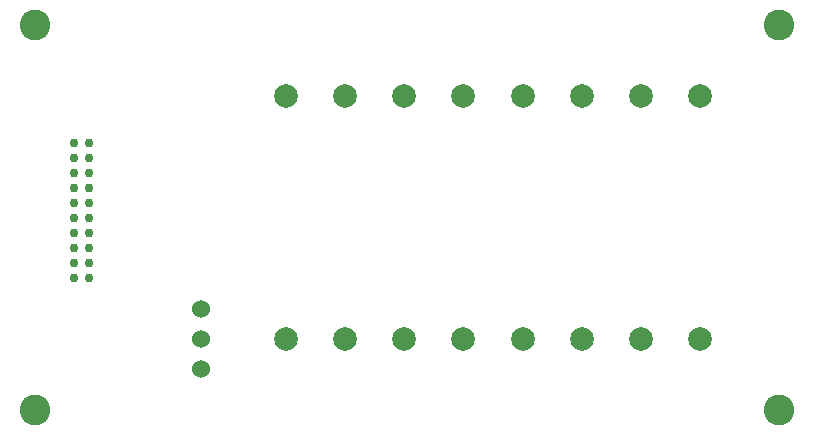
<source format=gbr>
G04 #@! TF.FileFunction,Soldermask,Bot*
%FSLAX46Y46*%
G04 Gerber Fmt 4.6, Leading zero omitted, Abs format (unit mm)*
G04 Created by KiCad (PCBNEW 4.0.6-e0-6349~53~ubuntu14.04.1) date Tue Apr 25 14:13:02 2017*
%MOMM*%
%LPD*%
G01*
G04 APERTURE LIST*
%ADD10C,0.100000*%
%ADD11C,2.000000*%
%ADD12C,1.524000*%
%ADD13C,2.600000*%
%ADD14C,0.750000*%
G04 APERTURE END LIST*
D10*
D11*
X162300000Y-77000000D03*
X157300000Y-77000000D03*
X127300000Y-77000000D03*
X132300000Y-77000000D03*
X152300000Y-77000000D03*
X147300000Y-77000000D03*
X142300000Y-77000000D03*
X137300000Y-77000000D03*
D12*
X120100000Y-97600000D03*
X120100000Y-100140000D03*
X120100000Y-95060000D03*
D13*
X169000000Y-103600000D03*
X169000000Y-71000000D03*
X106000000Y-71000000D03*
X106000000Y-103600000D03*
D11*
X127300000Y-97600000D03*
X132300000Y-97600000D03*
X162300000Y-97600000D03*
X157300000Y-97600000D03*
X137300000Y-97600000D03*
X142300000Y-97600000D03*
X147300000Y-97600000D03*
X152300000Y-97600000D03*
D14*
X109365000Y-80985000D03*
X110635000Y-80985000D03*
X109365000Y-92415000D03*
X109365000Y-82255000D03*
X110635000Y-82255000D03*
X109365000Y-83525000D03*
X110635000Y-83525000D03*
X109365000Y-84795000D03*
X110635000Y-84795000D03*
X109365000Y-86065000D03*
X110635000Y-86065000D03*
X109365000Y-87335000D03*
X110635000Y-87335000D03*
X109365000Y-88605000D03*
X110635000Y-88605000D03*
X109365000Y-89875000D03*
X110635000Y-89875000D03*
X109365000Y-91145000D03*
X110635000Y-91145000D03*
X110635000Y-92415000D03*
M02*

</source>
